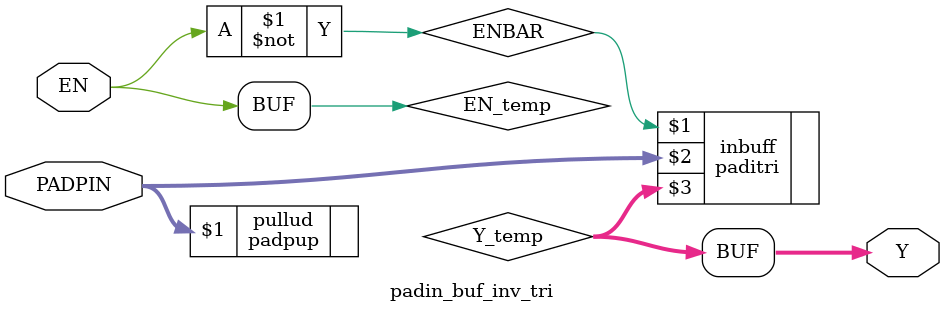
<source format=v>
module padin_buf_inv_tri(EN,PADPIN,Y);
  parameter M = 7;
  parameter N = 0;
  parameter SLIM_FLAG = 0;
  parameter LEVEL_SHIFTING = 0;
  parameter SCHMITT_TRIGGER = 0;
  parameter PULL_TYPE = "None";
  parameter YPITCH = "4MA";
  parameter
        d_EN_r = 0,
        d_EN_f = 0,
        d_PADPIN = 1,
        d_Y = 1;
  input  EN;
  inout [M:N] PADPIN;
  output [M:N] Y;
  wire  EN_temp;
  wire [M:N] PADPIN_temp;
  wire [M:N] Y_temp;
  wire  ENBAR;
  assign #(d_EN_r,d_EN_f) EN_temp = EN;
  assign #(d_Y) Y = Y_temp;
  assign
    ENBAR = ( ~ EN_temp);
  padpup #(M,N,PULL_TYPE) pullud (PADPIN);
  paditri #(M,N) inbuff (ENBAR,PADPIN,Y_temp);
endmodule

</source>
